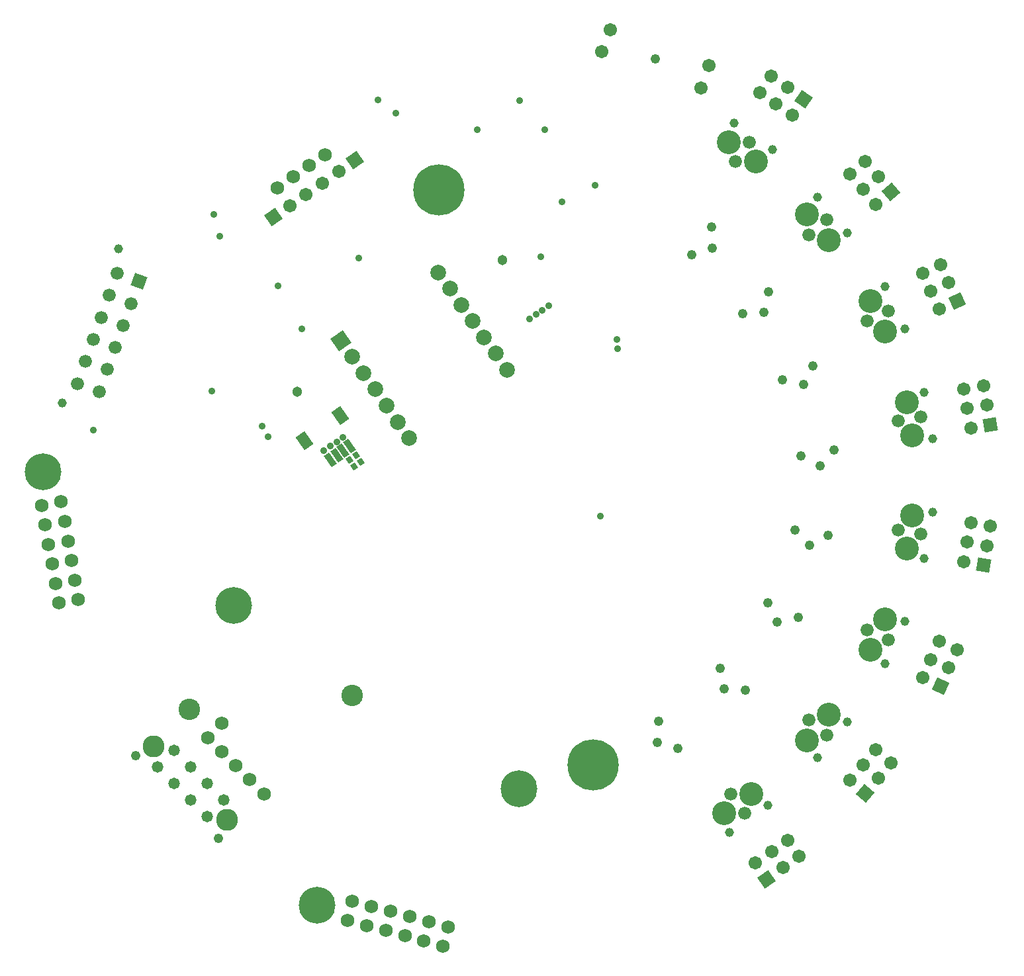
<source format=gbs>
G04*
G04 #@! TF.GenerationSoftware,Altium Limited,CircuitStudio,1.5.2 (30)*
G04*
G04 Layer_Color=8150272*
%FSLAX25Y25*%
%MOIN*%
G70*
G01*
G75*
G04:AMPARAMS|DCode=153|XSize=31.62mil|YSize=69.02mil|CornerRadius=0mil|HoleSize=0mil|Usage=FLASHONLY|Rotation=35.000|XOffset=0mil|YOffset=0mil|HoleType=Round|Shape=Rectangle|*
%AMROTATEDRECTD153*
4,1,4,0.00684,-0.03734,-0.03275,0.01920,-0.00684,0.03734,0.03275,-0.01920,0.00684,-0.03734,0.0*
%
%ADD153ROTATEDRECTD153*%

G04:AMPARAMS|DCode=154|XSize=55.24mil|YSize=78.87mil|CornerRadius=0mil|HoleSize=0mil|Usage=FLASHONLY|Rotation=35.000|XOffset=0mil|YOffset=0mil|HoleType=Round|Shape=Rectangle|*
%AMROTATEDRECTD154*
4,1,4,-0.00001,-0.04815,-0.04524,0.01646,0.00001,0.04815,0.04524,-0.01646,-0.00001,-0.04815,0.0*
%
%ADD154ROTATEDRECTD154*%

%ADD195P,0.09483X4X260.0*%
%ADD196C,0.06706*%
%ADD197C,0.18517*%
%ADD198C,0.06800*%
%ADD199C,0.06584*%
%ADD200C,0.04616*%
%ADD201C,0.12057*%
%ADD202P,0.09483X4X110.0*%
%ADD203P,0.09483X4X95.0*%
%ADD204C,0.04800*%
%ADD205C,0.25800*%
%ADD206C,0.06737*%
%ADD207C,0.07887*%
%ADD208P,0.10836X4X80.0*%
%ADD209C,0.05800*%
%ADD210C,0.04816*%
%ADD211C,0.11036*%
%ADD212C,0.10800*%
%ADD213P,0.09311X4X115.0*%
%ADD214P,0.09483X4X125.0*%
%ADD215P,0.09483X4X145.0*%
%ADD216P,0.09483X4X160.0*%
%ADD217P,0.09483X4X175.0*%
%ADD218P,0.09483X4X190.0*%
%ADD219C,0.05131*%
%ADD220C,0.03556*%
G04:AMPARAMS|DCode=221|XSize=27.69mil|YSize=31.62mil|CornerRadius=0mil|HoleSize=0mil|Usage=FLASHONLY|Rotation=35.000|XOffset=0mil|YOffset=0mil|HoleType=Round|Shape=Rectangle|*
%AMROTATEDRECTD221*
4,1,4,-0.00227,-0.02089,-0.02041,0.00501,0.00227,0.02089,0.02041,-0.00501,-0.00227,-0.02089,0.0*
%
%ADD221ROTATEDRECTD221*%

D153*
X894728Y436426D02*
D03*
X897953Y438684D02*
D03*
X901179Y440943D02*
D03*
X904404Y443201D02*
D03*
D154*
X899846Y458634D02*
D03*
X881785Y445987D02*
D03*
D195*
X907200Y587200D02*
D03*
X1114511Y225080D02*
D03*
X866200Y558500D02*
D03*
D196*
X899008Y581464D02*
D03*
X890817Y575729D02*
D03*
X1201429Y344791D02*
D03*
X1197202Y335728D02*
D03*
X1192976Y326664D02*
D03*
X1210492Y340564D02*
D03*
X1206266Y331501D02*
D03*
X1170638Y276053D02*
D03*
X1177066Y283713D02*
D03*
X1156550Y274820D02*
D03*
X1162978Y282481D02*
D03*
X1169406Y290141D02*
D03*
X1125158Y244743D02*
D03*
X1116966Y239007D02*
D03*
X1108775Y233271D02*
D03*
X1130894Y236551D02*
D03*
X1122702Y230815D02*
D03*
X874391Y564236D02*
D03*
X882583Y569972D02*
D03*
X1225429Y393110D02*
D03*
X1227165Y402958D02*
D03*
X1213844Y384999D02*
D03*
X1215581Y394847D02*
D03*
X1217317Y404695D02*
D03*
X1213844Y472001D02*
D03*
X1215580Y462153D02*
D03*
X1217317Y452305D02*
D03*
X1223692Y473738D02*
D03*
X1225429Y463890D02*
D03*
X1206266Y525498D02*
D03*
X1202039Y534562D02*
D03*
X1201429Y512209D02*
D03*
X1197202Y521272D02*
D03*
X1192976Y530336D02*
D03*
X1170638Y578947D02*
D03*
X1164210Y586608D02*
D03*
X1169406Y564859D02*
D03*
X1162978Y572519D02*
D03*
X1156550Y580180D02*
D03*
X1124975Y623810D02*
D03*
X1116783Y629546D02*
D03*
X1127431Y609883D02*
D03*
X1119239Y615619D02*
D03*
X1111048Y621354D02*
D03*
D197*
X846133Y362931D02*
D03*
X749982Y430257D02*
D03*
X888272Y211992D02*
D03*
X989925Y270682D02*
D03*
D198*
X758082Y364160D02*
D03*
X756346Y374008D02*
D03*
X754609Y383856D02*
D03*
X752873Y393704D02*
D03*
X751136Y403552D02*
D03*
X749400Y413400D02*
D03*
X759248Y415136D02*
D03*
X760985Y405288D02*
D03*
X762721Y395440D02*
D03*
X764458Y385592D02*
D03*
X766194Y375744D02*
D03*
X767931Y365896D02*
D03*
X954188Y201059D02*
D03*
X944529Y203647D02*
D03*
X934870Y206236D02*
D03*
X925210Y208824D02*
D03*
X915551Y211412D02*
D03*
X905892Y214000D02*
D03*
X903304Y204341D02*
D03*
X912963Y201753D02*
D03*
X922622Y199165D02*
D03*
X932281Y196576D02*
D03*
X941941Y193988D02*
D03*
X951600Y191400D02*
D03*
X840087Y303455D02*
D03*
X833016Y296384D02*
D03*
X840087Y289313D02*
D03*
X847158Y282242D02*
D03*
X854229Y275171D02*
D03*
X861300Y268100D02*
D03*
X868012Y573164D02*
D03*
X876075Y578809D02*
D03*
X884138Y584455D02*
D03*
X892200Y590100D02*
D03*
D199*
X1165028Y350730D02*
D03*
X1175733Y345739D02*
D03*
X1135783Y305299D02*
D03*
X1144831Y297708D02*
D03*
X1096604Y268087D02*
D03*
X1103379Y258412D02*
D03*
X794560Y515101D02*
D03*
X790521Y504003D02*
D03*
X786481Y492904D02*
D03*
X782442Y481805D02*
D03*
X778402Y470706D02*
D03*
X787501Y530240D02*
D03*
X783462Y519141D02*
D03*
X779422Y508042D02*
D03*
X775382Y496943D02*
D03*
X771343Y485845D02*
D03*
X767303Y474746D02*
D03*
X1192251Y398960D02*
D03*
X1180620Y401011D02*
D03*
X1192251Y458040D02*
D03*
X1180620Y455989D02*
D03*
X1175733Y511261D02*
D03*
X1165028Y506269D02*
D03*
X1144831Y557292D02*
D03*
X1135783Y549700D02*
D03*
X1098877Y586539D02*
D03*
X1105652Y596214D02*
D03*
D200*
X1184079Y354879D02*
D03*
X1174095Y333471D02*
D03*
X1155258Y304377D02*
D03*
X1140074Y286281D02*
D03*
X1115177Y262155D02*
D03*
X1095827Y248606D02*
D03*
X788063Y542604D02*
D03*
X759786Y464913D02*
D03*
X1193845Y386686D02*
D03*
X1197947Y409949D02*
D03*
Y447051D02*
D03*
X1193845Y470314D02*
D03*
X1184079Y502121D02*
D03*
X1174095Y523529D02*
D03*
X1155258Y550623D02*
D03*
X1140074Y568719D02*
D03*
X1098099Y606020D02*
D03*
X1117449Y592471D02*
D03*
D201*
X1166803Y340563D02*
D03*
X1173958Y355906D02*
D03*
X1134866Y295019D02*
D03*
X1145748Y307988D02*
D03*
X1093058Y258394D02*
D03*
X1106925Y268104D02*
D03*
X1187906Y408322D02*
D03*
X1184966Y391650D02*
D03*
X1184966Y465350D02*
D03*
X1187906Y448678D02*
D03*
X1166803Y516437D02*
D03*
X1173958Y501094D02*
D03*
X1134866Y559981D02*
D03*
X1145748Y547012D02*
D03*
X1109198Y586521D02*
D03*
X1095331Y596231D02*
D03*
D202*
X1202039Y322438D02*
D03*
D203*
X1164210Y268392D02*
D03*
D204*
X1058500Y638400D02*
D03*
X1102437Y510058D02*
D03*
X1087103Y542824D02*
D03*
X1086637Y553482D02*
D03*
X1076928Y539616D02*
D03*
X1113096Y510523D02*
D03*
X1115404Y520938D02*
D03*
X1132974Y474298D02*
D03*
X1137900Y483762D02*
D03*
X1122559Y476608D02*
D03*
X1141383Y433403D02*
D03*
X1148590Y441269D02*
D03*
X1131920Y438330D02*
D03*
X1136025Y393208D02*
D03*
X1145487Y398134D02*
D03*
X1128818Y401074D02*
D03*
X1119933Y354735D02*
D03*
X1130348Y357045D02*
D03*
X1115008Y364198D02*
D03*
X1093261Y320839D02*
D03*
X1103919Y320374D02*
D03*
X1090952Y331255D02*
D03*
X1060019Y304761D02*
D03*
X1069728Y290895D02*
D03*
X1059553Y294103D02*
D03*
D205*
X1027223Y282511D02*
D03*
X949577Y572289D02*
D03*
D206*
X1081351Y623714D02*
D03*
X1085445Y634961D02*
D03*
X1031555Y641839D02*
D03*
X1035649Y653086D02*
D03*
D207*
X949267Y530782D02*
D03*
X955003Y522590D02*
D03*
X960739Y514399D02*
D03*
X966475Y506207D02*
D03*
X972210Y498016D02*
D03*
X977946Y489824D02*
D03*
X983682Y481633D02*
D03*
X934533Y447218D02*
D03*
X928797Y455410D02*
D03*
X923061Y463601D02*
D03*
X917325Y471793D02*
D03*
X911590Y479984D02*
D03*
X905854Y488176D02*
D03*
D208*
X900118Y496367D02*
D03*
D209*
X824407Y264949D02*
D03*
X807691Y281665D02*
D03*
X816049Y273307D02*
D03*
X832765Y256591D02*
D03*
X816035Y290009D02*
D03*
X824406Y281638D02*
D03*
X832757Y273287D02*
D03*
X841109Y264935D02*
D03*
D210*
X838371Y245513D02*
D03*
X796614Y287272D02*
D03*
D211*
X805887Y291813D02*
D03*
X842913Y254787D02*
D03*
D212*
X905848Y317598D02*
D03*
X823823Y310526D02*
D03*
D213*
X798600Y526200D02*
D03*
D214*
X1223692Y383262D02*
D03*
D215*
X1227165Y454042D02*
D03*
D216*
X1210492Y516435D02*
D03*
D217*
X1177066Y571287D02*
D03*
D218*
X1133166Y618074D02*
D03*
D219*
X878016Y470590D02*
D03*
X981507Y536906D02*
D03*
D220*
X868500Y523900D02*
D03*
X1000900Y538600D02*
D03*
X775400Y451400D02*
D03*
X1011400Y566400D02*
D03*
X880400Y502400D02*
D03*
X836200Y559800D02*
D03*
X839136Y548980D02*
D03*
X927900Y611100D02*
D03*
X894728Y443140D02*
D03*
X863310Y448079D02*
D03*
X860450Y453311D02*
D03*
X835246Y470865D02*
D03*
X918700Y617663D02*
D03*
X1030900Y407900D02*
D03*
X891503Y440882D02*
D03*
X898021Y445303D02*
D03*
X901246Y447562D02*
D03*
X1004807Y513927D02*
D03*
X1001582Y511669D02*
D03*
X998289Y509506D02*
D03*
X995064Y507247D02*
D03*
X1039300Y492200D02*
D03*
X1039256Y496900D02*
D03*
X1028056Y574600D02*
D03*
X1002923Y602500D02*
D03*
X968715D02*
D03*
X989975Y617225D02*
D03*
X909156Y538100D02*
D03*
D221*
X907771Y438513D02*
D03*
X910029Y435288D02*
D03*
X904571Y436312D02*
D03*
X906829Y433087D02*
D03*
M02*

</source>
